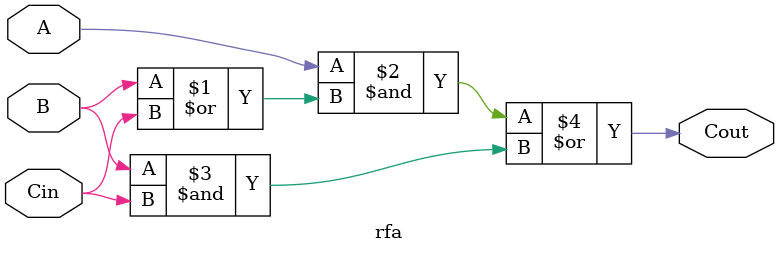
<source format=v>
module rfa (Cout, A, B, Cin);

   input A, B, Cin;

   output Cout;

   assign Cout = (A&(B|Cin)) | (B&Cin);

endmodule // rfa


</source>
